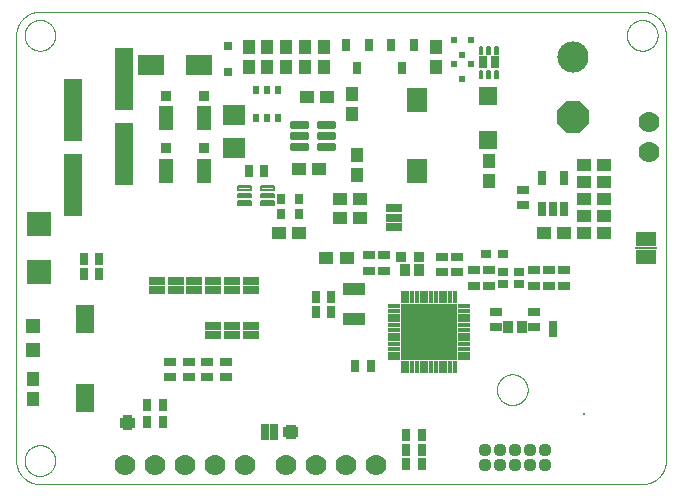
<source format=gts>
G75*
%MOIN*%
%OFA0B0*%
%FSLAX25Y25*%
%IPPOS*%
%LPD*%
%AMOC8*
5,1,8,0,0,1.08239X$1,22.5*
%
%ADD10C,0.00001*%
%ADD11C,0.00980*%
%ADD12R,0.04337X0.04731*%
%ADD13R,0.02762X0.03550*%
%ADD14R,0.04731X0.04337*%
%ADD15R,0.07093X0.08274*%
%ADD16R,0.05124X0.05124*%
%ADD17C,0.10400*%
%ADD18OC8,0.10400*%
%ADD19R,0.02565X0.05124*%
%ADD20R,0.02900X0.04400*%
%ADD21R,0.02400X0.03156*%
%ADD22R,0.03943X0.03156*%
%ADD23R,0.03353X0.03156*%
%ADD24R,0.07487X0.04337*%
%ADD25R,0.03746X0.03943*%
%ADD26C,0.04400*%
%ADD27R,0.03156X0.03943*%
%ADD28R,0.03550X0.03550*%
%ADD29R,0.06700X0.05000*%
%ADD30R,0.07200X0.00600*%
%ADD31R,0.06306X0.09455*%
%ADD32R,0.05912X0.05912*%
%ADD33R,0.05400X0.02900*%
%ADD34R,0.02762X0.02762*%
%ADD35C,0.00039*%
%ADD36R,0.06227X0.20715*%
%ADD37R,0.04731X0.08274*%
%ADD38R,0.09140X0.06581*%
%ADD39R,0.07487X0.06699*%
%ADD40R,0.08274X0.08274*%
%ADD41R,0.02900X0.05400*%
%ADD42R,0.00500X0.00500*%
%ADD43C,0.07000*%
%ADD44R,0.03865X0.01306*%
%ADD45R,0.18510X0.18510*%
%ADD46R,0.01306X0.03865*%
%ADD47C,0.00790*%
%ADD48C,0.00714*%
%ADD49R,0.03038X0.04337*%
%ADD50R,0.01975X0.02408*%
D10*
X0035524Y0020000D02*
X0236311Y0020000D01*
X0236501Y0020002D01*
X0236691Y0020009D01*
X0236881Y0020021D01*
X0237071Y0020037D01*
X0237260Y0020057D01*
X0237449Y0020083D01*
X0237637Y0020112D01*
X0237824Y0020147D01*
X0238010Y0020186D01*
X0238195Y0020229D01*
X0238380Y0020277D01*
X0238563Y0020329D01*
X0238744Y0020385D01*
X0238924Y0020446D01*
X0239103Y0020512D01*
X0239280Y0020581D01*
X0239456Y0020655D01*
X0239629Y0020733D01*
X0239801Y0020816D01*
X0239970Y0020902D01*
X0240138Y0020992D01*
X0240303Y0021087D01*
X0240466Y0021185D01*
X0240626Y0021288D01*
X0240784Y0021394D01*
X0240939Y0021504D01*
X0241092Y0021617D01*
X0241242Y0021735D01*
X0241388Y0021856D01*
X0241532Y0021980D01*
X0241673Y0022108D01*
X0241811Y0022239D01*
X0241946Y0022374D01*
X0242077Y0022512D01*
X0242205Y0022653D01*
X0242329Y0022797D01*
X0242450Y0022943D01*
X0242568Y0023093D01*
X0242681Y0023246D01*
X0242791Y0023401D01*
X0242897Y0023559D01*
X0243000Y0023719D01*
X0243098Y0023882D01*
X0243193Y0024047D01*
X0243283Y0024215D01*
X0243369Y0024384D01*
X0243452Y0024556D01*
X0243530Y0024729D01*
X0243604Y0024905D01*
X0243673Y0025082D01*
X0243739Y0025261D01*
X0243800Y0025441D01*
X0243856Y0025622D01*
X0243908Y0025805D01*
X0243956Y0025990D01*
X0243999Y0026175D01*
X0244038Y0026361D01*
X0244073Y0026548D01*
X0244102Y0026736D01*
X0244128Y0026925D01*
X0244148Y0027114D01*
X0244164Y0027304D01*
X0244176Y0027494D01*
X0244183Y0027684D01*
X0244185Y0027874D01*
X0244185Y0169606D01*
X0231193Y0169606D02*
X0231195Y0169749D01*
X0231201Y0169892D01*
X0231211Y0170034D01*
X0231225Y0170176D01*
X0231243Y0170318D01*
X0231265Y0170460D01*
X0231290Y0170600D01*
X0231320Y0170740D01*
X0231354Y0170879D01*
X0231391Y0171017D01*
X0231433Y0171154D01*
X0231478Y0171289D01*
X0231527Y0171423D01*
X0231579Y0171556D01*
X0231635Y0171688D01*
X0231695Y0171817D01*
X0231759Y0171945D01*
X0231826Y0172072D01*
X0231897Y0172196D01*
X0231971Y0172318D01*
X0232048Y0172438D01*
X0232129Y0172556D01*
X0232213Y0172672D01*
X0232300Y0172785D01*
X0232390Y0172896D01*
X0232484Y0173004D01*
X0232580Y0173110D01*
X0232679Y0173212D01*
X0232782Y0173312D01*
X0232886Y0173409D01*
X0232994Y0173504D01*
X0233104Y0173595D01*
X0233217Y0173683D01*
X0233332Y0173767D01*
X0233449Y0173849D01*
X0233569Y0173927D01*
X0233690Y0174002D01*
X0233814Y0174074D01*
X0233940Y0174142D01*
X0234067Y0174206D01*
X0234197Y0174267D01*
X0234328Y0174324D01*
X0234460Y0174378D01*
X0234594Y0174427D01*
X0234729Y0174474D01*
X0234866Y0174516D01*
X0235004Y0174554D01*
X0235142Y0174589D01*
X0235282Y0174619D01*
X0235422Y0174646D01*
X0235563Y0174669D01*
X0235705Y0174688D01*
X0235847Y0174703D01*
X0235990Y0174714D01*
X0236132Y0174721D01*
X0236275Y0174724D01*
X0236418Y0174723D01*
X0236561Y0174718D01*
X0236704Y0174709D01*
X0236846Y0174696D01*
X0236988Y0174679D01*
X0237129Y0174658D01*
X0237270Y0174633D01*
X0237410Y0174605D01*
X0237549Y0174572D01*
X0237687Y0174535D01*
X0237824Y0174495D01*
X0237960Y0174451D01*
X0238095Y0174403D01*
X0238228Y0174351D01*
X0238360Y0174296D01*
X0238490Y0174237D01*
X0238619Y0174174D01*
X0238745Y0174108D01*
X0238870Y0174038D01*
X0238993Y0173965D01*
X0239113Y0173889D01*
X0239232Y0173809D01*
X0239348Y0173725D01*
X0239462Y0173639D01*
X0239573Y0173549D01*
X0239682Y0173457D01*
X0239788Y0173361D01*
X0239892Y0173263D01*
X0239993Y0173161D01*
X0240090Y0173057D01*
X0240185Y0172950D01*
X0240277Y0172841D01*
X0240366Y0172729D01*
X0240452Y0172614D01*
X0240534Y0172498D01*
X0240613Y0172378D01*
X0240689Y0172257D01*
X0240761Y0172134D01*
X0240830Y0172009D01*
X0240895Y0171882D01*
X0240957Y0171753D01*
X0241015Y0171622D01*
X0241070Y0171490D01*
X0241120Y0171356D01*
X0241167Y0171221D01*
X0241211Y0171085D01*
X0241250Y0170948D01*
X0241285Y0170809D01*
X0241317Y0170670D01*
X0241345Y0170530D01*
X0241369Y0170389D01*
X0241389Y0170247D01*
X0241405Y0170105D01*
X0241417Y0169963D01*
X0241425Y0169820D01*
X0241429Y0169677D01*
X0241429Y0169535D01*
X0241425Y0169392D01*
X0241417Y0169249D01*
X0241405Y0169107D01*
X0241389Y0168965D01*
X0241369Y0168823D01*
X0241345Y0168682D01*
X0241317Y0168542D01*
X0241285Y0168403D01*
X0241250Y0168264D01*
X0241211Y0168127D01*
X0241167Y0167991D01*
X0241120Y0167856D01*
X0241070Y0167722D01*
X0241015Y0167590D01*
X0240957Y0167459D01*
X0240895Y0167330D01*
X0240830Y0167203D01*
X0240761Y0167078D01*
X0240689Y0166955D01*
X0240613Y0166834D01*
X0240534Y0166714D01*
X0240452Y0166598D01*
X0240366Y0166483D01*
X0240277Y0166371D01*
X0240185Y0166262D01*
X0240090Y0166155D01*
X0239993Y0166051D01*
X0239892Y0165949D01*
X0239788Y0165851D01*
X0239682Y0165755D01*
X0239573Y0165663D01*
X0239462Y0165573D01*
X0239348Y0165487D01*
X0239232Y0165403D01*
X0239113Y0165323D01*
X0238993Y0165247D01*
X0238870Y0165174D01*
X0238745Y0165104D01*
X0238619Y0165038D01*
X0238490Y0164975D01*
X0238360Y0164916D01*
X0238228Y0164861D01*
X0238095Y0164809D01*
X0237960Y0164761D01*
X0237824Y0164717D01*
X0237687Y0164677D01*
X0237549Y0164640D01*
X0237410Y0164607D01*
X0237270Y0164579D01*
X0237129Y0164554D01*
X0236988Y0164533D01*
X0236846Y0164516D01*
X0236704Y0164503D01*
X0236561Y0164494D01*
X0236418Y0164489D01*
X0236275Y0164488D01*
X0236132Y0164491D01*
X0235990Y0164498D01*
X0235847Y0164509D01*
X0235705Y0164524D01*
X0235563Y0164543D01*
X0235422Y0164566D01*
X0235282Y0164593D01*
X0235142Y0164623D01*
X0235004Y0164658D01*
X0234866Y0164696D01*
X0234729Y0164738D01*
X0234594Y0164785D01*
X0234460Y0164834D01*
X0234328Y0164888D01*
X0234197Y0164945D01*
X0234067Y0165006D01*
X0233940Y0165070D01*
X0233814Y0165138D01*
X0233690Y0165210D01*
X0233569Y0165285D01*
X0233449Y0165363D01*
X0233332Y0165445D01*
X0233217Y0165529D01*
X0233104Y0165617D01*
X0232994Y0165708D01*
X0232886Y0165803D01*
X0232782Y0165900D01*
X0232679Y0166000D01*
X0232580Y0166102D01*
X0232484Y0166208D01*
X0232390Y0166316D01*
X0232300Y0166427D01*
X0232213Y0166540D01*
X0232129Y0166656D01*
X0232048Y0166774D01*
X0231971Y0166894D01*
X0231897Y0167016D01*
X0231826Y0167140D01*
X0231759Y0167267D01*
X0231695Y0167395D01*
X0231635Y0167524D01*
X0231579Y0167656D01*
X0231527Y0167789D01*
X0231478Y0167923D01*
X0231433Y0168058D01*
X0231391Y0168195D01*
X0231354Y0168333D01*
X0231320Y0168472D01*
X0231290Y0168612D01*
X0231265Y0168752D01*
X0231243Y0168894D01*
X0231225Y0169036D01*
X0231211Y0169178D01*
X0231201Y0169320D01*
X0231195Y0169463D01*
X0231193Y0169606D01*
X0236311Y0177480D02*
X0236501Y0177478D01*
X0236691Y0177471D01*
X0236881Y0177459D01*
X0237071Y0177443D01*
X0237260Y0177423D01*
X0237449Y0177397D01*
X0237637Y0177368D01*
X0237824Y0177333D01*
X0238010Y0177294D01*
X0238195Y0177251D01*
X0238380Y0177203D01*
X0238563Y0177151D01*
X0238744Y0177095D01*
X0238924Y0177034D01*
X0239103Y0176968D01*
X0239280Y0176899D01*
X0239456Y0176825D01*
X0239629Y0176747D01*
X0239801Y0176664D01*
X0239970Y0176578D01*
X0240138Y0176488D01*
X0240303Y0176393D01*
X0240466Y0176295D01*
X0240626Y0176192D01*
X0240784Y0176086D01*
X0240939Y0175976D01*
X0241092Y0175863D01*
X0241242Y0175745D01*
X0241388Y0175624D01*
X0241532Y0175500D01*
X0241673Y0175372D01*
X0241811Y0175241D01*
X0241946Y0175106D01*
X0242077Y0174968D01*
X0242205Y0174827D01*
X0242329Y0174683D01*
X0242450Y0174537D01*
X0242568Y0174387D01*
X0242681Y0174234D01*
X0242791Y0174079D01*
X0242897Y0173921D01*
X0243000Y0173761D01*
X0243098Y0173598D01*
X0243193Y0173433D01*
X0243283Y0173265D01*
X0243369Y0173096D01*
X0243452Y0172924D01*
X0243530Y0172751D01*
X0243604Y0172575D01*
X0243673Y0172398D01*
X0243739Y0172219D01*
X0243800Y0172039D01*
X0243856Y0171858D01*
X0243908Y0171675D01*
X0243956Y0171490D01*
X0243999Y0171305D01*
X0244038Y0171119D01*
X0244073Y0170932D01*
X0244102Y0170744D01*
X0244128Y0170555D01*
X0244148Y0170366D01*
X0244164Y0170176D01*
X0244176Y0169986D01*
X0244183Y0169796D01*
X0244185Y0169606D01*
X0236311Y0177480D02*
X0035524Y0177480D01*
X0030406Y0169606D02*
X0030408Y0169749D01*
X0030414Y0169892D01*
X0030424Y0170034D01*
X0030438Y0170176D01*
X0030456Y0170318D01*
X0030478Y0170460D01*
X0030503Y0170600D01*
X0030533Y0170740D01*
X0030567Y0170879D01*
X0030604Y0171017D01*
X0030646Y0171154D01*
X0030691Y0171289D01*
X0030740Y0171423D01*
X0030792Y0171556D01*
X0030848Y0171688D01*
X0030908Y0171817D01*
X0030972Y0171945D01*
X0031039Y0172072D01*
X0031110Y0172196D01*
X0031184Y0172318D01*
X0031261Y0172438D01*
X0031342Y0172556D01*
X0031426Y0172672D01*
X0031513Y0172785D01*
X0031603Y0172896D01*
X0031697Y0173004D01*
X0031793Y0173110D01*
X0031892Y0173212D01*
X0031995Y0173312D01*
X0032099Y0173409D01*
X0032207Y0173504D01*
X0032317Y0173595D01*
X0032430Y0173683D01*
X0032545Y0173767D01*
X0032662Y0173849D01*
X0032782Y0173927D01*
X0032903Y0174002D01*
X0033027Y0174074D01*
X0033153Y0174142D01*
X0033280Y0174206D01*
X0033410Y0174267D01*
X0033541Y0174324D01*
X0033673Y0174378D01*
X0033807Y0174427D01*
X0033942Y0174474D01*
X0034079Y0174516D01*
X0034217Y0174554D01*
X0034355Y0174589D01*
X0034495Y0174619D01*
X0034635Y0174646D01*
X0034776Y0174669D01*
X0034918Y0174688D01*
X0035060Y0174703D01*
X0035203Y0174714D01*
X0035345Y0174721D01*
X0035488Y0174724D01*
X0035631Y0174723D01*
X0035774Y0174718D01*
X0035917Y0174709D01*
X0036059Y0174696D01*
X0036201Y0174679D01*
X0036342Y0174658D01*
X0036483Y0174633D01*
X0036623Y0174605D01*
X0036762Y0174572D01*
X0036900Y0174535D01*
X0037037Y0174495D01*
X0037173Y0174451D01*
X0037308Y0174403D01*
X0037441Y0174351D01*
X0037573Y0174296D01*
X0037703Y0174237D01*
X0037832Y0174174D01*
X0037958Y0174108D01*
X0038083Y0174038D01*
X0038206Y0173965D01*
X0038326Y0173889D01*
X0038445Y0173809D01*
X0038561Y0173725D01*
X0038675Y0173639D01*
X0038786Y0173549D01*
X0038895Y0173457D01*
X0039001Y0173361D01*
X0039105Y0173263D01*
X0039206Y0173161D01*
X0039303Y0173057D01*
X0039398Y0172950D01*
X0039490Y0172841D01*
X0039579Y0172729D01*
X0039665Y0172614D01*
X0039747Y0172498D01*
X0039826Y0172378D01*
X0039902Y0172257D01*
X0039974Y0172134D01*
X0040043Y0172009D01*
X0040108Y0171882D01*
X0040170Y0171753D01*
X0040228Y0171622D01*
X0040283Y0171490D01*
X0040333Y0171356D01*
X0040380Y0171221D01*
X0040424Y0171085D01*
X0040463Y0170948D01*
X0040498Y0170809D01*
X0040530Y0170670D01*
X0040558Y0170530D01*
X0040582Y0170389D01*
X0040602Y0170247D01*
X0040618Y0170105D01*
X0040630Y0169963D01*
X0040638Y0169820D01*
X0040642Y0169677D01*
X0040642Y0169535D01*
X0040638Y0169392D01*
X0040630Y0169249D01*
X0040618Y0169107D01*
X0040602Y0168965D01*
X0040582Y0168823D01*
X0040558Y0168682D01*
X0040530Y0168542D01*
X0040498Y0168403D01*
X0040463Y0168264D01*
X0040424Y0168127D01*
X0040380Y0167991D01*
X0040333Y0167856D01*
X0040283Y0167722D01*
X0040228Y0167590D01*
X0040170Y0167459D01*
X0040108Y0167330D01*
X0040043Y0167203D01*
X0039974Y0167078D01*
X0039902Y0166955D01*
X0039826Y0166834D01*
X0039747Y0166714D01*
X0039665Y0166598D01*
X0039579Y0166483D01*
X0039490Y0166371D01*
X0039398Y0166262D01*
X0039303Y0166155D01*
X0039206Y0166051D01*
X0039105Y0165949D01*
X0039001Y0165851D01*
X0038895Y0165755D01*
X0038786Y0165663D01*
X0038675Y0165573D01*
X0038561Y0165487D01*
X0038445Y0165403D01*
X0038326Y0165323D01*
X0038206Y0165247D01*
X0038083Y0165174D01*
X0037958Y0165104D01*
X0037832Y0165038D01*
X0037703Y0164975D01*
X0037573Y0164916D01*
X0037441Y0164861D01*
X0037308Y0164809D01*
X0037173Y0164761D01*
X0037037Y0164717D01*
X0036900Y0164677D01*
X0036762Y0164640D01*
X0036623Y0164607D01*
X0036483Y0164579D01*
X0036342Y0164554D01*
X0036201Y0164533D01*
X0036059Y0164516D01*
X0035917Y0164503D01*
X0035774Y0164494D01*
X0035631Y0164489D01*
X0035488Y0164488D01*
X0035345Y0164491D01*
X0035203Y0164498D01*
X0035060Y0164509D01*
X0034918Y0164524D01*
X0034776Y0164543D01*
X0034635Y0164566D01*
X0034495Y0164593D01*
X0034355Y0164623D01*
X0034217Y0164658D01*
X0034079Y0164696D01*
X0033942Y0164738D01*
X0033807Y0164785D01*
X0033673Y0164834D01*
X0033541Y0164888D01*
X0033410Y0164945D01*
X0033280Y0165006D01*
X0033153Y0165070D01*
X0033027Y0165138D01*
X0032903Y0165210D01*
X0032782Y0165285D01*
X0032662Y0165363D01*
X0032545Y0165445D01*
X0032430Y0165529D01*
X0032317Y0165617D01*
X0032207Y0165708D01*
X0032099Y0165803D01*
X0031995Y0165900D01*
X0031892Y0166000D01*
X0031793Y0166102D01*
X0031697Y0166208D01*
X0031603Y0166316D01*
X0031513Y0166427D01*
X0031426Y0166540D01*
X0031342Y0166656D01*
X0031261Y0166774D01*
X0031184Y0166894D01*
X0031110Y0167016D01*
X0031039Y0167140D01*
X0030972Y0167267D01*
X0030908Y0167395D01*
X0030848Y0167524D01*
X0030792Y0167656D01*
X0030740Y0167789D01*
X0030691Y0167923D01*
X0030646Y0168058D01*
X0030604Y0168195D01*
X0030567Y0168333D01*
X0030533Y0168472D01*
X0030503Y0168612D01*
X0030478Y0168752D01*
X0030456Y0168894D01*
X0030438Y0169036D01*
X0030424Y0169178D01*
X0030414Y0169320D01*
X0030408Y0169463D01*
X0030406Y0169606D01*
X0027650Y0169606D02*
X0027650Y0027874D01*
X0030406Y0027874D02*
X0030408Y0028017D01*
X0030414Y0028160D01*
X0030424Y0028302D01*
X0030438Y0028444D01*
X0030456Y0028586D01*
X0030478Y0028728D01*
X0030503Y0028868D01*
X0030533Y0029008D01*
X0030567Y0029147D01*
X0030604Y0029285D01*
X0030646Y0029422D01*
X0030691Y0029557D01*
X0030740Y0029691D01*
X0030792Y0029824D01*
X0030848Y0029956D01*
X0030908Y0030085D01*
X0030972Y0030213D01*
X0031039Y0030340D01*
X0031110Y0030464D01*
X0031184Y0030586D01*
X0031261Y0030706D01*
X0031342Y0030824D01*
X0031426Y0030940D01*
X0031513Y0031053D01*
X0031603Y0031164D01*
X0031697Y0031272D01*
X0031793Y0031378D01*
X0031892Y0031480D01*
X0031995Y0031580D01*
X0032099Y0031677D01*
X0032207Y0031772D01*
X0032317Y0031863D01*
X0032430Y0031951D01*
X0032545Y0032035D01*
X0032662Y0032117D01*
X0032782Y0032195D01*
X0032903Y0032270D01*
X0033027Y0032342D01*
X0033153Y0032410D01*
X0033280Y0032474D01*
X0033410Y0032535D01*
X0033541Y0032592D01*
X0033673Y0032646D01*
X0033807Y0032695D01*
X0033942Y0032742D01*
X0034079Y0032784D01*
X0034217Y0032822D01*
X0034355Y0032857D01*
X0034495Y0032887D01*
X0034635Y0032914D01*
X0034776Y0032937D01*
X0034918Y0032956D01*
X0035060Y0032971D01*
X0035203Y0032982D01*
X0035345Y0032989D01*
X0035488Y0032992D01*
X0035631Y0032991D01*
X0035774Y0032986D01*
X0035917Y0032977D01*
X0036059Y0032964D01*
X0036201Y0032947D01*
X0036342Y0032926D01*
X0036483Y0032901D01*
X0036623Y0032873D01*
X0036762Y0032840D01*
X0036900Y0032803D01*
X0037037Y0032763D01*
X0037173Y0032719D01*
X0037308Y0032671D01*
X0037441Y0032619D01*
X0037573Y0032564D01*
X0037703Y0032505D01*
X0037832Y0032442D01*
X0037958Y0032376D01*
X0038083Y0032306D01*
X0038206Y0032233D01*
X0038326Y0032157D01*
X0038445Y0032077D01*
X0038561Y0031993D01*
X0038675Y0031907D01*
X0038786Y0031817D01*
X0038895Y0031725D01*
X0039001Y0031629D01*
X0039105Y0031531D01*
X0039206Y0031429D01*
X0039303Y0031325D01*
X0039398Y0031218D01*
X0039490Y0031109D01*
X0039579Y0030997D01*
X0039665Y0030882D01*
X0039747Y0030766D01*
X0039826Y0030646D01*
X0039902Y0030525D01*
X0039974Y0030402D01*
X0040043Y0030277D01*
X0040108Y0030150D01*
X0040170Y0030021D01*
X0040228Y0029890D01*
X0040283Y0029758D01*
X0040333Y0029624D01*
X0040380Y0029489D01*
X0040424Y0029353D01*
X0040463Y0029216D01*
X0040498Y0029077D01*
X0040530Y0028938D01*
X0040558Y0028798D01*
X0040582Y0028657D01*
X0040602Y0028515D01*
X0040618Y0028373D01*
X0040630Y0028231D01*
X0040638Y0028088D01*
X0040642Y0027945D01*
X0040642Y0027803D01*
X0040638Y0027660D01*
X0040630Y0027517D01*
X0040618Y0027375D01*
X0040602Y0027233D01*
X0040582Y0027091D01*
X0040558Y0026950D01*
X0040530Y0026810D01*
X0040498Y0026671D01*
X0040463Y0026532D01*
X0040424Y0026395D01*
X0040380Y0026259D01*
X0040333Y0026124D01*
X0040283Y0025990D01*
X0040228Y0025858D01*
X0040170Y0025727D01*
X0040108Y0025598D01*
X0040043Y0025471D01*
X0039974Y0025346D01*
X0039902Y0025223D01*
X0039826Y0025102D01*
X0039747Y0024982D01*
X0039665Y0024866D01*
X0039579Y0024751D01*
X0039490Y0024639D01*
X0039398Y0024530D01*
X0039303Y0024423D01*
X0039206Y0024319D01*
X0039105Y0024217D01*
X0039001Y0024119D01*
X0038895Y0024023D01*
X0038786Y0023931D01*
X0038675Y0023841D01*
X0038561Y0023755D01*
X0038445Y0023671D01*
X0038326Y0023591D01*
X0038206Y0023515D01*
X0038083Y0023442D01*
X0037958Y0023372D01*
X0037832Y0023306D01*
X0037703Y0023243D01*
X0037573Y0023184D01*
X0037441Y0023129D01*
X0037308Y0023077D01*
X0037173Y0023029D01*
X0037037Y0022985D01*
X0036900Y0022945D01*
X0036762Y0022908D01*
X0036623Y0022875D01*
X0036483Y0022847D01*
X0036342Y0022822D01*
X0036201Y0022801D01*
X0036059Y0022784D01*
X0035917Y0022771D01*
X0035774Y0022762D01*
X0035631Y0022757D01*
X0035488Y0022756D01*
X0035345Y0022759D01*
X0035203Y0022766D01*
X0035060Y0022777D01*
X0034918Y0022792D01*
X0034776Y0022811D01*
X0034635Y0022834D01*
X0034495Y0022861D01*
X0034355Y0022891D01*
X0034217Y0022926D01*
X0034079Y0022964D01*
X0033942Y0023006D01*
X0033807Y0023053D01*
X0033673Y0023102D01*
X0033541Y0023156D01*
X0033410Y0023213D01*
X0033280Y0023274D01*
X0033153Y0023338D01*
X0033027Y0023406D01*
X0032903Y0023478D01*
X0032782Y0023553D01*
X0032662Y0023631D01*
X0032545Y0023713D01*
X0032430Y0023797D01*
X0032317Y0023885D01*
X0032207Y0023976D01*
X0032099Y0024071D01*
X0031995Y0024168D01*
X0031892Y0024268D01*
X0031793Y0024370D01*
X0031697Y0024476D01*
X0031603Y0024584D01*
X0031513Y0024695D01*
X0031426Y0024808D01*
X0031342Y0024924D01*
X0031261Y0025042D01*
X0031184Y0025162D01*
X0031110Y0025284D01*
X0031039Y0025408D01*
X0030972Y0025535D01*
X0030908Y0025663D01*
X0030848Y0025792D01*
X0030792Y0025924D01*
X0030740Y0026057D01*
X0030691Y0026191D01*
X0030646Y0026326D01*
X0030604Y0026463D01*
X0030567Y0026601D01*
X0030533Y0026740D01*
X0030503Y0026880D01*
X0030478Y0027020D01*
X0030456Y0027162D01*
X0030438Y0027304D01*
X0030424Y0027446D01*
X0030414Y0027588D01*
X0030408Y0027731D01*
X0030406Y0027874D01*
X0027650Y0027874D02*
X0027652Y0027684D01*
X0027659Y0027494D01*
X0027671Y0027304D01*
X0027687Y0027114D01*
X0027707Y0026925D01*
X0027733Y0026736D01*
X0027762Y0026548D01*
X0027797Y0026361D01*
X0027836Y0026175D01*
X0027879Y0025990D01*
X0027927Y0025805D01*
X0027979Y0025622D01*
X0028035Y0025441D01*
X0028096Y0025261D01*
X0028162Y0025082D01*
X0028231Y0024905D01*
X0028305Y0024729D01*
X0028383Y0024556D01*
X0028466Y0024384D01*
X0028552Y0024215D01*
X0028642Y0024047D01*
X0028737Y0023882D01*
X0028835Y0023719D01*
X0028938Y0023559D01*
X0029044Y0023401D01*
X0029154Y0023246D01*
X0029267Y0023093D01*
X0029385Y0022943D01*
X0029506Y0022797D01*
X0029630Y0022653D01*
X0029758Y0022512D01*
X0029889Y0022374D01*
X0030024Y0022239D01*
X0030162Y0022108D01*
X0030303Y0021980D01*
X0030447Y0021856D01*
X0030593Y0021735D01*
X0030743Y0021617D01*
X0030896Y0021504D01*
X0031051Y0021394D01*
X0031209Y0021288D01*
X0031369Y0021185D01*
X0031532Y0021087D01*
X0031697Y0020992D01*
X0031865Y0020902D01*
X0032034Y0020816D01*
X0032206Y0020733D01*
X0032379Y0020655D01*
X0032555Y0020581D01*
X0032732Y0020512D01*
X0032911Y0020446D01*
X0033091Y0020385D01*
X0033272Y0020329D01*
X0033455Y0020277D01*
X0033640Y0020229D01*
X0033825Y0020186D01*
X0034011Y0020147D01*
X0034198Y0020112D01*
X0034386Y0020083D01*
X0034575Y0020057D01*
X0034764Y0020037D01*
X0034954Y0020021D01*
X0035144Y0020009D01*
X0035334Y0020002D01*
X0035524Y0020000D01*
X0187886Y0051496D02*
X0187888Y0051639D01*
X0187894Y0051782D01*
X0187904Y0051924D01*
X0187918Y0052066D01*
X0187936Y0052208D01*
X0187958Y0052350D01*
X0187983Y0052490D01*
X0188013Y0052630D01*
X0188047Y0052769D01*
X0188084Y0052907D01*
X0188126Y0053044D01*
X0188171Y0053179D01*
X0188220Y0053313D01*
X0188272Y0053446D01*
X0188328Y0053578D01*
X0188388Y0053707D01*
X0188452Y0053835D01*
X0188519Y0053962D01*
X0188590Y0054086D01*
X0188664Y0054208D01*
X0188741Y0054328D01*
X0188822Y0054446D01*
X0188906Y0054562D01*
X0188993Y0054675D01*
X0189083Y0054786D01*
X0189177Y0054894D01*
X0189273Y0055000D01*
X0189372Y0055102D01*
X0189475Y0055202D01*
X0189579Y0055299D01*
X0189687Y0055394D01*
X0189797Y0055485D01*
X0189910Y0055573D01*
X0190025Y0055657D01*
X0190142Y0055739D01*
X0190262Y0055817D01*
X0190383Y0055892D01*
X0190507Y0055964D01*
X0190633Y0056032D01*
X0190760Y0056096D01*
X0190890Y0056157D01*
X0191021Y0056214D01*
X0191153Y0056268D01*
X0191287Y0056317D01*
X0191422Y0056364D01*
X0191559Y0056406D01*
X0191697Y0056444D01*
X0191835Y0056479D01*
X0191975Y0056509D01*
X0192115Y0056536D01*
X0192256Y0056559D01*
X0192398Y0056578D01*
X0192540Y0056593D01*
X0192683Y0056604D01*
X0192825Y0056611D01*
X0192968Y0056614D01*
X0193111Y0056613D01*
X0193254Y0056608D01*
X0193397Y0056599D01*
X0193539Y0056586D01*
X0193681Y0056569D01*
X0193822Y0056548D01*
X0193963Y0056523D01*
X0194103Y0056495D01*
X0194242Y0056462D01*
X0194380Y0056425D01*
X0194517Y0056385D01*
X0194653Y0056341D01*
X0194788Y0056293D01*
X0194921Y0056241D01*
X0195053Y0056186D01*
X0195183Y0056127D01*
X0195312Y0056064D01*
X0195438Y0055998D01*
X0195563Y0055928D01*
X0195686Y0055855D01*
X0195806Y0055779D01*
X0195925Y0055699D01*
X0196041Y0055615D01*
X0196155Y0055529D01*
X0196266Y0055439D01*
X0196375Y0055347D01*
X0196481Y0055251D01*
X0196585Y0055153D01*
X0196686Y0055051D01*
X0196783Y0054947D01*
X0196878Y0054840D01*
X0196970Y0054731D01*
X0197059Y0054619D01*
X0197145Y0054504D01*
X0197227Y0054388D01*
X0197306Y0054268D01*
X0197382Y0054147D01*
X0197454Y0054024D01*
X0197523Y0053899D01*
X0197588Y0053772D01*
X0197650Y0053643D01*
X0197708Y0053512D01*
X0197763Y0053380D01*
X0197813Y0053246D01*
X0197860Y0053111D01*
X0197904Y0052975D01*
X0197943Y0052838D01*
X0197978Y0052699D01*
X0198010Y0052560D01*
X0198038Y0052420D01*
X0198062Y0052279D01*
X0198082Y0052137D01*
X0198098Y0051995D01*
X0198110Y0051853D01*
X0198118Y0051710D01*
X0198122Y0051567D01*
X0198122Y0051425D01*
X0198118Y0051282D01*
X0198110Y0051139D01*
X0198098Y0050997D01*
X0198082Y0050855D01*
X0198062Y0050713D01*
X0198038Y0050572D01*
X0198010Y0050432D01*
X0197978Y0050293D01*
X0197943Y0050154D01*
X0197904Y0050017D01*
X0197860Y0049881D01*
X0197813Y0049746D01*
X0197763Y0049612D01*
X0197708Y0049480D01*
X0197650Y0049349D01*
X0197588Y0049220D01*
X0197523Y0049093D01*
X0197454Y0048968D01*
X0197382Y0048845D01*
X0197306Y0048724D01*
X0197227Y0048604D01*
X0197145Y0048488D01*
X0197059Y0048373D01*
X0196970Y0048261D01*
X0196878Y0048152D01*
X0196783Y0048045D01*
X0196686Y0047941D01*
X0196585Y0047839D01*
X0196481Y0047741D01*
X0196375Y0047645D01*
X0196266Y0047553D01*
X0196155Y0047463D01*
X0196041Y0047377D01*
X0195925Y0047293D01*
X0195806Y0047213D01*
X0195686Y0047137D01*
X0195563Y0047064D01*
X0195438Y0046994D01*
X0195312Y0046928D01*
X0195183Y0046865D01*
X0195053Y0046806D01*
X0194921Y0046751D01*
X0194788Y0046699D01*
X0194653Y0046651D01*
X0194517Y0046607D01*
X0194380Y0046567D01*
X0194242Y0046530D01*
X0194103Y0046497D01*
X0193963Y0046469D01*
X0193822Y0046444D01*
X0193681Y0046423D01*
X0193539Y0046406D01*
X0193397Y0046393D01*
X0193254Y0046384D01*
X0193111Y0046379D01*
X0192968Y0046378D01*
X0192825Y0046381D01*
X0192683Y0046388D01*
X0192540Y0046399D01*
X0192398Y0046414D01*
X0192256Y0046433D01*
X0192115Y0046456D01*
X0191975Y0046483D01*
X0191835Y0046513D01*
X0191697Y0046548D01*
X0191559Y0046586D01*
X0191422Y0046628D01*
X0191287Y0046675D01*
X0191153Y0046724D01*
X0191021Y0046778D01*
X0190890Y0046835D01*
X0190760Y0046896D01*
X0190633Y0046960D01*
X0190507Y0047028D01*
X0190383Y0047100D01*
X0190262Y0047175D01*
X0190142Y0047253D01*
X0190025Y0047335D01*
X0189910Y0047419D01*
X0189797Y0047507D01*
X0189687Y0047598D01*
X0189579Y0047693D01*
X0189475Y0047790D01*
X0189372Y0047890D01*
X0189273Y0047992D01*
X0189177Y0048098D01*
X0189083Y0048206D01*
X0188993Y0048317D01*
X0188906Y0048430D01*
X0188822Y0048546D01*
X0188741Y0048664D01*
X0188664Y0048784D01*
X0188590Y0048906D01*
X0188519Y0049030D01*
X0188452Y0049157D01*
X0188388Y0049285D01*
X0188328Y0049414D01*
X0188272Y0049546D01*
X0188220Y0049679D01*
X0188171Y0049813D01*
X0188126Y0049948D01*
X0188084Y0050085D01*
X0188047Y0050223D01*
X0188013Y0050362D01*
X0187983Y0050502D01*
X0187958Y0050642D01*
X0187936Y0050784D01*
X0187918Y0050926D01*
X0187904Y0051068D01*
X0187894Y0051210D01*
X0187888Y0051353D01*
X0187886Y0051496D01*
X0035524Y0177480D02*
X0035334Y0177478D01*
X0035144Y0177471D01*
X0034954Y0177459D01*
X0034764Y0177443D01*
X0034575Y0177423D01*
X0034386Y0177397D01*
X0034198Y0177368D01*
X0034011Y0177333D01*
X0033825Y0177294D01*
X0033640Y0177251D01*
X0033455Y0177203D01*
X0033272Y0177151D01*
X0033091Y0177095D01*
X0032911Y0177034D01*
X0032732Y0176968D01*
X0032555Y0176899D01*
X0032379Y0176825D01*
X0032206Y0176747D01*
X0032034Y0176664D01*
X0031865Y0176578D01*
X0031697Y0176488D01*
X0031532Y0176393D01*
X0031369Y0176295D01*
X0031209Y0176192D01*
X0031051Y0176086D01*
X0030896Y0175976D01*
X0030743Y0175863D01*
X0030593Y0175745D01*
X0030447Y0175624D01*
X0030303Y0175500D01*
X0030162Y0175372D01*
X0030024Y0175241D01*
X0029889Y0175106D01*
X0029758Y0174968D01*
X0029630Y0174827D01*
X0029506Y0174683D01*
X0029385Y0174537D01*
X0029267Y0174387D01*
X0029154Y0174234D01*
X0029044Y0174079D01*
X0028938Y0173921D01*
X0028835Y0173761D01*
X0028737Y0173598D01*
X0028642Y0173433D01*
X0028552Y0173265D01*
X0028466Y0173096D01*
X0028383Y0172924D01*
X0028305Y0172751D01*
X0028231Y0172575D01*
X0028162Y0172398D01*
X0028096Y0172219D01*
X0028035Y0172039D01*
X0027979Y0171858D01*
X0027927Y0171675D01*
X0027879Y0171490D01*
X0027836Y0171305D01*
X0027797Y0171119D01*
X0027762Y0170932D01*
X0027733Y0170744D01*
X0027707Y0170555D01*
X0027687Y0170366D01*
X0027671Y0170176D01*
X0027659Y0169986D01*
X0027652Y0169796D01*
X0027650Y0169606D01*
D11*
X0119289Y0140861D02*
X0124417Y0140861D01*
X0124417Y0139119D01*
X0119289Y0139119D01*
X0119289Y0140861D01*
X0119289Y0140050D02*
X0124417Y0140050D01*
X0124417Y0137121D02*
X0119289Y0137121D01*
X0124417Y0137121D02*
X0124417Y0135379D01*
X0119289Y0135379D01*
X0119289Y0137121D01*
X0119289Y0136310D02*
X0124417Y0136310D01*
X0124417Y0133381D02*
X0119289Y0133381D01*
X0124417Y0133381D02*
X0124417Y0131639D01*
X0119289Y0131639D01*
X0119289Y0133381D01*
X0119289Y0132570D02*
X0124417Y0132570D01*
X0128383Y0133381D02*
X0133511Y0133381D01*
X0133511Y0131639D01*
X0128383Y0131639D01*
X0128383Y0133381D01*
X0128383Y0132570D02*
X0133511Y0132570D01*
X0133511Y0137121D02*
X0128383Y0137121D01*
X0133511Y0137121D02*
X0133511Y0135379D01*
X0128383Y0135379D01*
X0128383Y0137121D01*
X0128383Y0136310D02*
X0133511Y0136310D01*
X0133511Y0140861D02*
X0128383Y0140861D01*
X0133511Y0140861D02*
X0133511Y0139119D01*
X0128383Y0139119D01*
X0128383Y0140861D01*
X0128383Y0140050D02*
X0133511Y0140050D01*
D12*
X0139525Y0143529D03*
X0139525Y0150221D03*
X0130150Y0159154D03*
X0123900Y0159154D03*
X0117650Y0159154D03*
X0111400Y0159154D03*
X0105150Y0159154D03*
X0105150Y0165846D03*
X0111400Y0165846D03*
X0117650Y0165846D03*
X0123900Y0165846D03*
X0130150Y0165846D03*
X0167650Y0165846D03*
X0167650Y0159154D03*
X0141400Y0129596D03*
X0141400Y0122904D03*
X0185200Y0120904D03*
X0185200Y0127596D03*
X0033275Y0055221D03*
X0033275Y0048529D03*
D13*
X0115947Y0110000D03*
X0115947Y0115000D03*
X0121853Y0115000D03*
X0121853Y0110000D03*
D14*
X0121934Y0103787D03*
X0115241Y0103787D03*
X0131041Y0095362D03*
X0137734Y0095362D03*
X0135554Y0108750D03*
X0135554Y0115000D03*
X0142246Y0115000D03*
X0142246Y0108750D03*
X0128496Y0125000D03*
X0121804Y0125000D03*
X0124429Y0149113D03*
X0131121Y0149113D03*
X0203679Y0103750D03*
X0210371Y0103750D03*
X0216804Y0103750D03*
X0216804Y0109375D03*
X0223496Y0109375D03*
X0223496Y0103750D03*
X0223496Y0115000D03*
X0216804Y0115000D03*
X0216804Y0120625D03*
X0216804Y0126250D03*
X0223496Y0126250D03*
X0223496Y0120625D03*
D15*
X0161400Y0124439D03*
X0161400Y0148061D03*
D16*
X0033275Y0072884D03*
X0033275Y0064616D03*
D17*
X0213275Y0162500D03*
D18*
X0213275Y0142500D03*
D19*
X0210240Y0121981D03*
X0202760Y0121981D03*
X0202760Y0111744D03*
X0206500Y0111744D03*
X0210240Y0111744D03*
D20*
X0156400Y0158563D03*
X0152660Y0166437D03*
X0145140Y0166437D03*
X0137660Y0166437D03*
X0141400Y0158563D03*
X0160140Y0166437D03*
D21*
X0114978Y0151239D03*
X0111237Y0151239D03*
X0107497Y0151239D03*
X0107497Y0142086D03*
X0111237Y0142086D03*
X0114978Y0142086D03*
D22*
X0145150Y0096309D03*
X0150150Y0096309D03*
X0150150Y0091191D03*
X0145150Y0091191D03*
X0169525Y0090566D03*
X0174525Y0090566D03*
X0180150Y0091309D03*
X0185150Y0091309D03*
X0185150Y0086191D03*
X0180150Y0086191D03*
X0187650Y0077559D03*
X0187650Y0072441D03*
X0200150Y0072441D03*
X0200150Y0077559D03*
X0200150Y0086191D03*
X0205150Y0086191D03*
X0210150Y0086191D03*
X0210150Y0091309D03*
X0205150Y0091309D03*
X0200150Y0091309D03*
X0196500Y0113053D03*
X0196500Y0118172D03*
X0174525Y0095684D03*
X0169525Y0095684D03*
X0097650Y0060684D03*
X0091400Y0060684D03*
X0085150Y0060684D03*
X0085150Y0055566D03*
X0091400Y0055566D03*
X0097650Y0055566D03*
X0078900Y0055566D03*
X0078900Y0060684D03*
D23*
X0184171Y0096875D03*
X0189879Y0096875D03*
X0189993Y0090719D03*
X0189993Y0086781D03*
X0195307Y0086781D03*
X0195307Y0090719D03*
D24*
X0140150Y0084921D03*
X0140150Y0075079D03*
D25*
X0157242Y0091250D03*
X0161808Y0091250D03*
X0191617Y0072500D03*
X0196183Y0072500D03*
D26*
X0193900Y0031250D03*
X0188900Y0031250D03*
X0183900Y0031250D03*
X0183900Y0026250D03*
X0188900Y0026250D03*
X0193900Y0026250D03*
X0198900Y0026250D03*
X0203900Y0026250D03*
X0203900Y0031250D03*
X0198900Y0031250D03*
D27*
X0162797Y0031512D03*
X0162797Y0036413D03*
X0157678Y0036413D03*
X0157678Y0031512D03*
X0157678Y0026612D03*
X0162797Y0026612D03*
X0145834Y0059375D03*
X0140716Y0059375D03*
X0132709Y0077500D03*
X0132709Y0082500D03*
X0127591Y0082500D03*
X0127591Y0077500D03*
X0076459Y0046250D03*
X0071341Y0046250D03*
X0071341Y0040625D03*
X0076459Y0040625D03*
X0055209Y0090000D03*
X0055209Y0095000D03*
X0050091Y0095000D03*
X0050091Y0090000D03*
X0105091Y0124375D03*
X0110209Y0124375D03*
D28*
X0090150Y0132028D03*
X0077650Y0132028D03*
X0077650Y0149528D03*
X0090150Y0149528D03*
X0155900Y0095625D03*
X0161900Y0095625D03*
D29*
X0237650Y0095750D03*
X0237650Y0101750D03*
D30*
X0237650Y0098750D03*
D31*
X0050524Y0075128D03*
X0050524Y0048750D03*
D32*
X0185062Y0134717D03*
X0185062Y0149283D03*
D33*
X0153538Y0111962D03*
X0153538Y0108762D03*
X0153538Y0105562D03*
X0105775Y0087850D03*
X0105775Y0084650D03*
X0099525Y0084650D03*
X0099525Y0087850D03*
X0093275Y0087850D03*
X0093275Y0084650D03*
X0087025Y0084650D03*
X0087025Y0087850D03*
X0080775Y0087850D03*
X0080775Y0084650D03*
X0074525Y0084650D03*
X0074525Y0087850D03*
X0093275Y0072850D03*
X0093275Y0069650D03*
X0099525Y0069650D03*
X0099525Y0072850D03*
X0105775Y0072850D03*
X0105775Y0069650D03*
D34*
X0098112Y0157557D03*
X0098112Y0166218D03*
D35*
X0065982Y0042908D02*
X0064682Y0042908D01*
X0064682Y0040782D01*
X0066808Y0040782D01*
X0066808Y0042082D01*
X0065982Y0042082D01*
X0065982Y0042908D01*
X0065982Y0042880D02*
X0064682Y0042880D01*
X0064682Y0042842D02*
X0065982Y0042842D01*
X0065982Y0042805D02*
X0064682Y0042805D01*
X0064682Y0042767D02*
X0065982Y0042767D01*
X0065982Y0042729D02*
X0064682Y0042729D01*
X0064682Y0042691D02*
X0065982Y0042691D01*
X0065982Y0042653D02*
X0064682Y0042653D01*
X0064682Y0042615D02*
X0065982Y0042615D01*
X0065982Y0042577D02*
X0064682Y0042577D01*
X0064682Y0042539D02*
X0065982Y0042539D01*
X0065982Y0042502D02*
X0064682Y0042502D01*
X0064682Y0042464D02*
X0065982Y0042464D01*
X0065982Y0042426D02*
X0064682Y0042426D01*
X0064682Y0042388D02*
X0065982Y0042388D01*
X0065982Y0042350D02*
X0064682Y0042350D01*
X0064682Y0042312D02*
X0065982Y0042312D01*
X0065982Y0042274D02*
X0064682Y0042274D01*
X0064682Y0042236D02*
X0065982Y0042236D01*
X0065982Y0042198D02*
X0064682Y0042198D01*
X0064682Y0042161D02*
X0065982Y0042161D01*
X0065982Y0042123D02*
X0064682Y0042123D01*
X0064682Y0042085D02*
X0065982Y0042085D01*
X0066808Y0042047D02*
X0064682Y0042047D01*
X0064682Y0042009D02*
X0066808Y0042009D01*
X0066808Y0041971D02*
X0064682Y0041971D01*
X0064682Y0041933D02*
X0066808Y0041933D01*
X0066808Y0041895D02*
X0064682Y0041895D01*
X0064682Y0041858D02*
X0066808Y0041858D01*
X0066808Y0041820D02*
X0064682Y0041820D01*
X0064682Y0041782D02*
X0066808Y0041782D01*
X0066808Y0041744D02*
X0064682Y0041744D01*
X0064682Y0041706D02*
X0066808Y0041706D01*
X0066808Y0041668D02*
X0064682Y0041668D01*
X0064682Y0041630D02*
X0066808Y0041630D01*
X0066808Y0041592D02*
X0064682Y0041592D01*
X0064682Y0041555D02*
X0066808Y0041555D01*
X0066808Y0041517D02*
X0064682Y0041517D01*
X0064682Y0041479D02*
X0066808Y0041479D01*
X0066808Y0041441D02*
X0064682Y0041441D01*
X0064682Y0041403D02*
X0066808Y0041403D01*
X0066808Y0041365D02*
X0064682Y0041365D01*
X0064682Y0041327D02*
X0066808Y0041327D01*
X0066808Y0041289D02*
X0064682Y0041289D01*
X0064682Y0041251D02*
X0066808Y0041251D01*
X0066808Y0041214D02*
X0064682Y0041214D01*
X0064682Y0041176D02*
X0066808Y0041176D01*
X0066808Y0041138D02*
X0064682Y0041138D01*
X0064682Y0041100D02*
X0066808Y0041100D01*
X0066808Y0041062D02*
X0064682Y0041062D01*
X0064682Y0041024D02*
X0066808Y0041024D01*
X0066808Y0040986D02*
X0064682Y0040986D01*
X0064682Y0040948D02*
X0066808Y0040948D01*
X0066808Y0040911D02*
X0064682Y0040911D01*
X0064682Y0040873D02*
X0066808Y0040873D01*
X0066808Y0040835D02*
X0064682Y0040835D01*
X0064682Y0040797D02*
X0066808Y0040797D01*
X0066808Y0040468D02*
X0066808Y0039168D01*
X0065982Y0039168D01*
X0064682Y0039168D01*
X0064682Y0039206D02*
X0066808Y0039206D01*
X0066808Y0039244D02*
X0064682Y0039244D01*
X0064682Y0039282D02*
X0066808Y0039282D01*
X0066808Y0039320D02*
X0064682Y0039320D01*
X0064682Y0039357D02*
X0066808Y0039357D01*
X0066808Y0039395D02*
X0064682Y0039395D01*
X0064682Y0039433D02*
X0066808Y0039433D01*
X0066808Y0039471D02*
X0064682Y0039471D01*
X0064682Y0039509D02*
X0066808Y0039509D01*
X0066808Y0039547D02*
X0064682Y0039547D01*
X0064682Y0039585D02*
X0066808Y0039585D01*
X0066808Y0039623D02*
X0064682Y0039623D01*
X0064682Y0039660D02*
X0066808Y0039660D01*
X0066808Y0039698D02*
X0064682Y0039698D01*
X0064682Y0039736D02*
X0066808Y0039736D01*
X0066808Y0039774D02*
X0064682Y0039774D01*
X0064682Y0039812D02*
X0066808Y0039812D01*
X0066808Y0039850D02*
X0064682Y0039850D01*
X0064682Y0039888D02*
X0066808Y0039888D01*
X0066808Y0039926D02*
X0064682Y0039926D01*
X0064682Y0039963D02*
X0066808Y0039963D01*
X0066808Y0040001D02*
X0064682Y0040001D01*
X0064682Y0040039D02*
X0066808Y0040039D01*
X0066808Y0040077D02*
X0064682Y0040077D01*
X0064682Y0040115D02*
X0066808Y0040115D01*
X0066808Y0040153D02*
X0064682Y0040153D01*
X0064682Y0040191D02*
X0066808Y0040191D01*
X0066808Y0040229D02*
X0064682Y0040229D01*
X0064682Y0040267D02*
X0066808Y0040267D01*
X0066808Y0040304D02*
X0064682Y0040304D01*
X0064682Y0040342D02*
X0066808Y0040342D01*
X0066808Y0040380D02*
X0064682Y0040380D01*
X0064682Y0040418D02*
X0066808Y0040418D01*
X0066808Y0040456D02*
X0064682Y0040456D01*
X0064682Y0040468D02*
X0064682Y0038342D01*
X0065982Y0038342D01*
X0065982Y0039168D01*
X0065982Y0039130D02*
X0064682Y0039130D01*
X0064682Y0039092D02*
X0065982Y0039092D01*
X0065982Y0039054D02*
X0064682Y0039054D01*
X0064682Y0039016D02*
X0065982Y0039016D01*
X0065982Y0038979D02*
X0064682Y0038979D01*
X0064682Y0038941D02*
X0065982Y0038941D01*
X0065982Y0038903D02*
X0064682Y0038903D01*
X0064682Y0038865D02*
X0065982Y0038865D01*
X0065982Y0038827D02*
X0064682Y0038827D01*
X0064682Y0038789D02*
X0065982Y0038789D01*
X0065982Y0038751D02*
X0064682Y0038751D01*
X0064682Y0038713D02*
X0065982Y0038713D01*
X0065982Y0038676D02*
X0064682Y0038676D01*
X0064682Y0038638D02*
X0065982Y0038638D01*
X0065982Y0038600D02*
X0064682Y0038600D01*
X0064682Y0038562D02*
X0065982Y0038562D01*
X0065982Y0038524D02*
X0064682Y0038524D01*
X0064682Y0038486D02*
X0065982Y0038486D01*
X0065982Y0038448D02*
X0064682Y0038448D01*
X0064682Y0038410D02*
X0065982Y0038410D01*
X0065982Y0038372D02*
X0064682Y0038372D01*
X0064368Y0038372D02*
X0063068Y0038372D01*
X0063068Y0038342D02*
X0064368Y0038342D01*
X0064368Y0040468D01*
X0062242Y0040468D01*
X0062242Y0039168D01*
X0063068Y0039168D01*
X0064368Y0039168D01*
X0064368Y0039206D02*
X0062242Y0039206D01*
X0062242Y0039244D02*
X0064368Y0039244D01*
X0064368Y0039282D02*
X0062242Y0039282D01*
X0062242Y0039320D02*
X0064368Y0039320D01*
X0064368Y0039357D02*
X0062242Y0039357D01*
X0062242Y0039395D02*
X0064368Y0039395D01*
X0064368Y0039433D02*
X0062242Y0039433D01*
X0062242Y0039471D02*
X0064368Y0039471D01*
X0064368Y0039509D02*
X0062242Y0039509D01*
X0062242Y0039547D02*
X0064368Y0039547D01*
X0064368Y0039585D02*
X0062242Y0039585D01*
X0062242Y0039623D02*
X0064368Y0039623D01*
X0064368Y0039660D02*
X0062242Y0039660D01*
X0062242Y0039698D02*
X0064368Y0039698D01*
X0064368Y0039736D02*
X0062242Y0039736D01*
X0062242Y0039774D02*
X0064368Y0039774D01*
X0064368Y0039812D02*
X0062242Y0039812D01*
X0062242Y0039850D02*
X0064368Y0039850D01*
X0064368Y0039888D02*
X0062242Y0039888D01*
X0062242Y0039926D02*
X0064368Y0039926D01*
X0064368Y0039963D02*
X0062242Y0039963D01*
X0062242Y0040001D02*
X0064368Y0040001D01*
X0064368Y0040039D02*
X0062242Y0040039D01*
X0062242Y0040077D02*
X0064368Y0040077D01*
X0064368Y0040115D02*
X0062242Y0040115D01*
X0062242Y0040153D02*
X0064368Y0040153D01*
X0064368Y0040191D02*
X0062242Y0040191D01*
X0062242Y0040229D02*
X0064368Y0040229D01*
X0064368Y0040267D02*
X0062242Y0040267D01*
X0062242Y0040304D02*
X0064368Y0040304D01*
X0064368Y0040342D02*
X0062242Y0040342D01*
X0062242Y0040380D02*
X0064368Y0040380D01*
X0064368Y0040418D02*
X0062242Y0040418D01*
X0062242Y0040456D02*
X0064368Y0040456D01*
X0064682Y0040468D02*
X0066808Y0040468D01*
X0064368Y0040782D02*
X0064368Y0042908D01*
X0063068Y0042908D01*
X0063068Y0042082D01*
X0062242Y0042082D01*
X0062242Y0040782D01*
X0064368Y0040782D01*
X0064368Y0040797D02*
X0062242Y0040797D01*
X0062242Y0040835D02*
X0064368Y0040835D01*
X0064368Y0040873D02*
X0062242Y0040873D01*
X0062242Y0040911D02*
X0064368Y0040911D01*
X0064368Y0040948D02*
X0062242Y0040948D01*
X0062242Y0040986D02*
X0064368Y0040986D01*
X0064368Y0041024D02*
X0062242Y0041024D01*
X0062242Y0041062D02*
X0064368Y0041062D01*
X0064368Y0041100D02*
X0062242Y0041100D01*
X0062242Y0041138D02*
X0064368Y0041138D01*
X0064368Y0041176D02*
X0062242Y0041176D01*
X0062242Y0041214D02*
X0064368Y0041214D01*
X0064368Y0041251D02*
X0062242Y0041251D01*
X0062242Y0041289D02*
X0064368Y0041289D01*
X0064368Y0041327D02*
X0062242Y0041327D01*
X0062242Y0041365D02*
X0064368Y0041365D01*
X0064368Y0041403D02*
X0062242Y0041403D01*
X0062242Y0041441D02*
X0064368Y0041441D01*
X0064368Y0041479D02*
X0062242Y0041479D01*
X0062242Y0041517D02*
X0064368Y0041517D01*
X0064368Y0041555D02*
X0062242Y0041555D01*
X0062242Y0041592D02*
X0064368Y0041592D01*
X0064368Y0041630D02*
X0062242Y0041630D01*
X0062242Y0041668D02*
X0064368Y0041668D01*
X0064368Y0041706D02*
X0062242Y0041706D01*
X0062242Y0041744D02*
X0064368Y0041744D01*
X0064368Y0041782D02*
X0062242Y0041782D01*
X0062242Y0041820D02*
X0064368Y0041820D01*
X0064368Y0041858D02*
X0062242Y0041858D01*
X0062242Y0041895D02*
X0064368Y0041895D01*
X0064368Y0041933D02*
X0062242Y0041933D01*
X0062242Y0041971D02*
X0064368Y0041971D01*
X0064368Y0042009D02*
X0062242Y0042009D01*
X0062242Y0042047D02*
X0064368Y0042047D01*
X0064368Y0042085D02*
X0063068Y0042085D01*
X0063068Y0042123D02*
X0064368Y0042123D01*
X0064368Y0042161D02*
X0063068Y0042161D01*
X0063068Y0042198D02*
X0064368Y0042198D01*
X0064368Y0042236D02*
X0063068Y0042236D01*
X0063068Y0042274D02*
X0064368Y0042274D01*
X0064368Y0042312D02*
X0063068Y0042312D01*
X0063068Y0042350D02*
X0064368Y0042350D01*
X0064368Y0042388D02*
X0063068Y0042388D01*
X0063068Y0042426D02*
X0064368Y0042426D01*
X0064368Y0042464D02*
X0063068Y0042464D01*
X0063068Y0042502D02*
X0064368Y0042502D01*
X0064368Y0042539D02*
X0063068Y0042539D01*
X0063068Y0042577D02*
X0064368Y0042577D01*
X0064368Y0042615D02*
X0063068Y0042615D01*
X0063068Y0042653D02*
X0064368Y0042653D01*
X0064368Y0042691D02*
X0063068Y0042691D01*
X0063068Y0042729D02*
X0064368Y0042729D01*
X0064368Y0042767D02*
X0063068Y0042767D01*
X0063068Y0042805D02*
X0064368Y0042805D01*
X0064368Y0042842D02*
X0063068Y0042842D01*
X0063068Y0042880D02*
X0064368Y0042880D01*
X0064368Y0039130D02*
X0063068Y0039130D01*
X0063068Y0039092D02*
X0064368Y0039092D01*
X0064368Y0039054D02*
X0063068Y0039054D01*
X0063068Y0039016D02*
X0064368Y0039016D01*
X0064368Y0038979D02*
X0063068Y0038979D01*
X0063068Y0038941D02*
X0064368Y0038941D01*
X0064368Y0038903D02*
X0063068Y0038903D01*
X0063068Y0038865D02*
X0064368Y0038865D01*
X0064368Y0038827D02*
X0063068Y0038827D01*
X0063068Y0038789D02*
X0064368Y0038789D01*
X0064368Y0038751D02*
X0063068Y0038751D01*
X0063068Y0038713D02*
X0064368Y0038713D01*
X0064368Y0038676D02*
X0063068Y0038676D01*
X0063068Y0038638D02*
X0064368Y0038638D01*
X0064368Y0038600D02*
X0063068Y0038600D01*
X0063068Y0038562D02*
X0064368Y0038562D01*
X0064368Y0038524D02*
X0063068Y0038524D01*
X0063068Y0038486D02*
X0064368Y0038486D01*
X0064368Y0038448D02*
X0063068Y0038448D01*
X0063068Y0038410D02*
X0064368Y0038410D01*
X0063068Y0038342D02*
X0063068Y0039168D01*
X0116719Y0038969D02*
X0117546Y0038969D01*
X0117546Y0039795D01*
X0118845Y0039795D01*
X0118845Y0037669D01*
X0116719Y0037669D01*
X0116719Y0038969D01*
X0116719Y0038941D02*
X0118845Y0038941D01*
X0118845Y0038979D02*
X0117546Y0038979D01*
X0117546Y0039016D02*
X0118845Y0039016D01*
X0118845Y0039054D02*
X0117546Y0039054D01*
X0117546Y0039092D02*
X0118845Y0039092D01*
X0118845Y0039130D02*
X0117546Y0039130D01*
X0117546Y0039168D02*
X0118845Y0039168D01*
X0118845Y0039206D02*
X0117546Y0039206D01*
X0117546Y0039244D02*
X0118845Y0039244D01*
X0118845Y0039282D02*
X0117546Y0039282D01*
X0117546Y0039320D02*
X0118845Y0039320D01*
X0118845Y0039357D02*
X0117546Y0039357D01*
X0117546Y0039395D02*
X0118845Y0039395D01*
X0118845Y0039433D02*
X0117546Y0039433D01*
X0117546Y0039471D02*
X0118845Y0039471D01*
X0118845Y0039509D02*
X0117546Y0039509D01*
X0117546Y0039547D02*
X0118845Y0039547D01*
X0118845Y0039585D02*
X0117546Y0039585D01*
X0117546Y0039623D02*
X0118845Y0039623D01*
X0118845Y0039660D02*
X0117546Y0039660D01*
X0117546Y0039698D02*
X0118845Y0039698D01*
X0118845Y0039736D02*
X0117546Y0039736D01*
X0117546Y0039774D02*
X0118845Y0039774D01*
X0119160Y0039774D02*
X0120459Y0039774D01*
X0120459Y0039795D02*
X0119160Y0039795D01*
X0119160Y0037669D01*
X0121286Y0037669D01*
X0121286Y0038969D01*
X0120459Y0038969D01*
X0120459Y0039795D01*
X0120459Y0039736D02*
X0119160Y0039736D01*
X0119160Y0039698D02*
X0120459Y0039698D01*
X0120459Y0039660D02*
X0119160Y0039660D01*
X0119160Y0039623D02*
X0120459Y0039623D01*
X0120459Y0039585D02*
X0119160Y0039585D01*
X0119160Y0039547D02*
X0120459Y0039547D01*
X0120459Y0039509D02*
X0119160Y0039509D01*
X0119160Y0039471D02*
X0120459Y0039471D01*
X0120459Y0039433D02*
X0119160Y0039433D01*
X0119160Y0039395D02*
X0120459Y0039395D01*
X0120459Y0039357D02*
X0119160Y0039357D01*
X0119160Y0039320D02*
X0120459Y0039320D01*
X0120459Y0039282D02*
X0119160Y0039282D01*
X0119160Y0039244D02*
X0120459Y0039244D01*
X0120459Y0039206D02*
X0119160Y0039206D01*
X0119160Y0039168D02*
X0120459Y0039168D01*
X0120459Y0039130D02*
X0119160Y0039130D01*
X0119160Y0039092D02*
X0120459Y0039092D01*
X0120459Y0039054D02*
X0119160Y0039054D01*
X0119160Y0039016D02*
X0120459Y0039016D01*
X0120459Y0038979D02*
X0119160Y0038979D01*
X0119160Y0038941D02*
X0121286Y0038941D01*
X0121286Y0038903D02*
X0119160Y0038903D01*
X0119160Y0038865D02*
X0121286Y0038865D01*
X0121286Y0038827D02*
X0119160Y0038827D01*
X0119160Y0038789D02*
X0121286Y0038789D01*
X0121286Y0038751D02*
X0119160Y0038751D01*
X0119160Y0038713D02*
X0121286Y0038713D01*
X0121286Y0038676D02*
X0119160Y0038676D01*
X0119160Y0038638D02*
X0121286Y0038638D01*
X0121286Y0038600D02*
X0119160Y0038600D01*
X0119160Y0038562D02*
X0121286Y0038562D01*
X0121286Y0038524D02*
X0119160Y0038524D01*
X0119160Y0038486D02*
X0121286Y0038486D01*
X0121286Y0038448D02*
X0119160Y0038448D01*
X0119160Y0038410D02*
X0121286Y0038410D01*
X0121286Y0038372D02*
X0119160Y0038372D01*
X0119160Y0038335D02*
X0121286Y0038335D01*
X0121286Y0038297D02*
X0119160Y0038297D01*
X0119160Y0038259D02*
X0121286Y0038259D01*
X0121286Y0038221D02*
X0119160Y0038221D01*
X0119160Y0038183D02*
X0121286Y0038183D01*
X0121286Y0038145D02*
X0119160Y0038145D01*
X0119160Y0038107D02*
X0121286Y0038107D01*
X0121286Y0038069D02*
X0119160Y0038069D01*
X0119160Y0038032D02*
X0121286Y0038032D01*
X0121286Y0037994D02*
X0119160Y0037994D01*
X0119160Y0037956D02*
X0121286Y0037956D01*
X0121286Y0037918D02*
X0119160Y0037918D01*
X0119160Y0037880D02*
X0121286Y0037880D01*
X0121286Y0037842D02*
X0119160Y0037842D01*
X0119160Y0037804D02*
X0121286Y0037804D01*
X0121286Y0037766D02*
X0119160Y0037766D01*
X0119160Y0037728D02*
X0121286Y0037728D01*
X0121286Y0037691D02*
X0119160Y0037691D01*
X0118845Y0037691D02*
X0116719Y0037691D01*
X0116719Y0037728D02*
X0118845Y0037728D01*
X0118845Y0037766D02*
X0116719Y0037766D01*
X0116719Y0037804D02*
X0118845Y0037804D01*
X0118845Y0037842D02*
X0116719Y0037842D01*
X0116719Y0037880D02*
X0118845Y0037880D01*
X0118845Y0037918D02*
X0116719Y0037918D01*
X0116719Y0037956D02*
X0118845Y0037956D01*
X0118845Y0037994D02*
X0116719Y0037994D01*
X0116719Y0038032D02*
X0118845Y0038032D01*
X0118845Y0038069D02*
X0116719Y0038069D01*
X0116719Y0038107D02*
X0118845Y0038107D01*
X0118845Y0038145D02*
X0116719Y0038145D01*
X0116719Y0038183D02*
X0118845Y0038183D01*
X0118845Y0038221D02*
X0116719Y0038221D01*
X0116719Y0038259D02*
X0118845Y0038259D01*
X0118845Y0038297D02*
X0116719Y0038297D01*
X0116719Y0038335D02*
X0118845Y0038335D01*
X0118845Y0038372D02*
X0116719Y0038372D01*
X0116719Y0038410D02*
X0118845Y0038410D01*
X0118845Y0038448D02*
X0116719Y0038448D01*
X0116719Y0038486D02*
X0118845Y0038486D01*
X0118845Y0038524D02*
X0116719Y0038524D01*
X0116719Y0038562D02*
X0118845Y0038562D01*
X0118845Y0038600D02*
X0116719Y0038600D01*
X0116719Y0038638D02*
X0118845Y0038638D01*
X0118845Y0038676D02*
X0116719Y0038676D01*
X0116719Y0038713D02*
X0118845Y0038713D01*
X0118845Y0038751D02*
X0116719Y0038751D01*
X0116719Y0038789D02*
X0118845Y0038789D01*
X0118845Y0038827D02*
X0116719Y0038827D01*
X0116719Y0038865D02*
X0118845Y0038865D01*
X0118845Y0038903D02*
X0116719Y0038903D01*
X0116719Y0037355D02*
X0116719Y0036055D01*
X0117546Y0036055D01*
X0117546Y0035229D01*
X0118845Y0035229D01*
X0118845Y0037355D01*
X0116719Y0037355D01*
X0116719Y0037350D02*
X0118845Y0037350D01*
X0118845Y0037312D02*
X0116719Y0037312D01*
X0116719Y0037274D02*
X0118845Y0037274D01*
X0118845Y0037236D02*
X0116719Y0037236D01*
X0116719Y0037198D02*
X0118845Y0037198D01*
X0118845Y0037160D02*
X0116719Y0037160D01*
X0116719Y0037122D02*
X0118845Y0037122D01*
X0118845Y0037085D02*
X0116719Y0037085D01*
X0116719Y0037047D02*
X0118845Y0037047D01*
X0118845Y0037009D02*
X0116719Y0037009D01*
X0116719Y0036971D02*
X0118845Y0036971D01*
X0118845Y0036933D02*
X0116719Y0036933D01*
X0116719Y0036895D02*
X0118845Y0036895D01*
X0118845Y0036857D02*
X0116719Y0036857D01*
X0116719Y0036819D02*
X0118845Y0036819D01*
X0118845Y0036781D02*
X0116719Y0036781D01*
X0116719Y0036744D02*
X0118845Y0036744D01*
X0118845Y0036706D02*
X0116719Y0036706D01*
X0116719Y0036668D02*
X0118845Y0036668D01*
X0118845Y0036630D02*
X0116719Y0036630D01*
X0116719Y0036592D02*
X0118845Y0036592D01*
X0118845Y0036554D02*
X0116719Y0036554D01*
X0116719Y0036516D02*
X0118845Y0036516D01*
X0118845Y0036478D02*
X0116719Y0036478D01*
X0116719Y0036441D02*
X0118845Y0036441D01*
X0118845Y0036403D02*
X0116719Y0036403D01*
X0116719Y0036365D02*
X0118845Y0036365D01*
X0118845Y0036327D02*
X0116719Y0036327D01*
X0116719Y0036289D02*
X0118845Y0036289D01*
X0118845Y0036251D02*
X0116719Y0036251D01*
X0116719Y0036213D02*
X0118845Y0036213D01*
X0118845Y0036175D02*
X0116719Y0036175D01*
X0116719Y0036137D02*
X0118845Y0036137D01*
X0118845Y0036100D02*
X0116719Y0036100D01*
X0116719Y0036062D02*
X0118845Y0036062D01*
X0118845Y0036024D02*
X0117546Y0036024D01*
X0117546Y0035986D02*
X0118845Y0035986D01*
X0118845Y0035948D02*
X0117546Y0035948D01*
X0117546Y0035910D02*
X0118845Y0035910D01*
X0118845Y0035872D02*
X0117546Y0035872D01*
X0117546Y0035834D02*
X0118845Y0035834D01*
X0118845Y0035797D02*
X0117546Y0035797D01*
X0117546Y0035759D02*
X0118845Y0035759D01*
X0118845Y0035721D02*
X0117546Y0035721D01*
X0117546Y0035683D02*
X0118845Y0035683D01*
X0118845Y0035645D02*
X0117546Y0035645D01*
X0117546Y0035607D02*
X0118845Y0035607D01*
X0118845Y0035569D02*
X0117546Y0035569D01*
X0117546Y0035531D02*
X0118845Y0035531D01*
X0118845Y0035493D02*
X0117546Y0035493D01*
X0117546Y0035456D02*
X0118845Y0035456D01*
X0118845Y0035418D02*
X0117546Y0035418D01*
X0117546Y0035380D02*
X0118845Y0035380D01*
X0118845Y0035342D02*
X0117546Y0035342D01*
X0117546Y0035304D02*
X0118845Y0035304D01*
X0118845Y0035266D02*
X0117546Y0035266D01*
X0119160Y0035266D02*
X0120459Y0035266D01*
X0120459Y0035229D02*
X0119160Y0035229D01*
X0119160Y0037355D01*
X0121286Y0037355D01*
X0121286Y0036055D01*
X0120459Y0036055D01*
X0120459Y0035229D01*
X0120459Y0035304D02*
X0119160Y0035304D01*
X0119160Y0035342D02*
X0120459Y0035342D01*
X0120459Y0035380D02*
X0119160Y0035380D01*
X0119160Y0035418D02*
X0120459Y0035418D01*
X0120459Y0035456D02*
X0119160Y0035456D01*
X0119160Y0035493D02*
X0120459Y0035493D01*
X0120459Y0035531D02*
X0119160Y0035531D01*
X0119160Y0035569D02*
X0120459Y0035569D01*
X0120459Y0035607D02*
X0119160Y0035607D01*
X0119160Y0035645D02*
X0120459Y0035645D01*
X0120459Y0035683D02*
X0119160Y0035683D01*
X0119160Y0035721D02*
X0120459Y0035721D01*
X0120459Y0035759D02*
X0119160Y0035759D01*
X0119160Y0035797D02*
X0120459Y0035797D01*
X0120459Y0035834D02*
X0119160Y0035834D01*
X0119160Y0035872D02*
X0120459Y0035872D01*
X0120459Y0035910D02*
X0119160Y0035910D01*
X0119160Y0035948D02*
X0120459Y0035948D01*
X0120459Y0035986D02*
X0119160Y0035986D01*
X0119160Y0036024D02*
X0120459Y0036024D01*
X0121286Y0036062D02*
X0119160Y0036062D01*
X0119160Y0036100D02*
X0121286Y0036100D01*
X0121286Y0036137D02*
X0119160Y0036137D01*
X0119160Y0036175D02*
X0121286Y0036175D01*
X0121286Y0036213D02*
X0119160Y0036213D01*
X0119160Y0036251D02*
X0121286Y0036251D01*
X0121286Y0036289D02*
X0119160Y0036289D01*
X0119160Y0036327D02*
X0121286Y0036327D01*
X0121286Y0036365D02*
X0119160Y0036365D01*
X0119160Y0036403D02*
X0121286Y0036403D01*
X0121286Y0036441D02*
X0119160Y0036441D01*
X0119160Y0036478D02*
X0121286Y0036478D01*
X0121286Y0036516D02*
X0119160Y0036516D01*
X0119160Y0036554D02*
X0121286Y0036554D01*
X0121286Y0036592D02*
X0119160Y0036592D01*
X0119160Y0036630D02*
X0121286Y0036630D01*
X0121286Y0036668D02*
X0119160Y0036668D01*
X0119160Y0036706D02*
X0121286Y0036706D01*
X0121286Y0036744D02*
X0119160Y0036744D01*
X0119160Y0036781D02*
X0121286Y0036781D01*
X0121286Y0036819D02*
X0119160Y0036819D01*
X0119160Y0036857D02*
X0121286Y0036857D01*
X0121286Y0036895D02*
X0119160Y0036895D01*
X0119160Y0036933D02*
X0121286Y0036933D01*
X0121286Y0036971D02*
X0119160Y0036971D01*
X0119160Y0037009D02*
X0121286Y0037009D01*
X0121286Y0037047D02*
X0119160Y0037047D01*
X0119160Y0037085D02*
X0121286Y0037085D01*
X0121286Y0037122D02*
X0119160Y0037122D01*
X0119160Y0037160D02*
X0121286Y0037160D01*
X0121286Y0037198D02*
X0119160Y0037198D01*
X0119160Y0037236D02*
X0121286Y0037236D01*
X0121286Y0037274D02*
X0119160Y0037274D01*
X0119160Y0037312D02*
X0121286Y0037312D01*
X0121286Y0037350D02*
X0119160Y0037350D01*
D36*
X0046626Y0119843D03*
X0063674Y0130157D03*
X0046626Y0144843D03*
X0063674Y0155157D03*
D37*
X0077650Y0142047D03*
X0090150Y0142047D03*
X0090150Y0124547D03*
X0077650Y0124547D03*
D38*
X0072506Y0159600D03*
X0088569Y0159600D03*
D39*
X0100150Y0143012D03*
X0100150Y0131988D03*
D40*
X0035150Y0106614D03*
X0035150Y0090866D03*
D41*
X0110425Y0037500D03*
X0113625Y0037500D03*
X0206450Y0071700D03*
D42*
X0216900Y0043450D03*
D43*
X0147650Y0026250D03*
X0137650Y0026250D03*
X0127650Y0026250D03*
X0117650Y0026250D03*
X0103900Y0026250D03*
X0093900Y0026250D03*
X0083900Y0026250D03*
X0073900Y0026250D03*
X0063900Y0026250D03*
X0238637Y0130637D03*
X0238637Y0140638D03*
D44*
X0176804Y0079286D03*
X0176804Y0077712D03*
X0176804Y0076137D03*
X0176804Y0074562D03*
X0176804Y0072987D03*
X0176804Y0071412D03*
X0176804Y0069838D03*
X0176804Y0068263D03*
X0176804Y0066688D03*
X0176804Y0065113D03*
X0176804Y0063538D03*
X0176804Y0061964D03*
X0153496Y0061964D03*
X0153496Y0063538D03*
X0153496Y0065113D03*
X0153496Y0066688D03*
X0153496Y0068263D03*
X0153496Y0069838D03*
X0153496Y0071412D03*
X0153496Y0072987D03*
X0153496Y0074562D03*
X0153496Y0076137D03*
X0153496Y0077712D03*
X0153496Y0079286D03*
D45*
X0165150Y0070625D03*
D46*
X0164363Y0082279D03*
X0165937Y0082279D03*
X0167512Y0082279D03*
X0169087Y0082279D03*
X0170662Y0082279D03*
X0172237Y0082279D03*
X0173811Y0082279D03*
X0162788Y0082279D03*
X0161213Y0082279D03*
X0159638Y0082279D03*
X0158063Y0082279D03*
X0156489Y0082279D03*
X0156489Y0058971D03*
X0158063Y0058971D03*
X0159638Y0058971D03*
X0161213Y0058971D03*
X0162788Y0058971D03*
X0164363Y0058971D03*
X0165937Y0058971D03*
X0167512Y0058971D03*
X0169087Y0058971D03*
X0170662Y0058971D03*
X0172237Y0058971D03*
X0173811Y0058971D03*
D47*
X0113577Y0114283D02*
X0109283Y0114283D01*
X0113577Y0114283D02*
X0113577Y0113099D01*
X0109283Y0113099D01*
X0109283Y0114283D01*
X0109283Y0113849D02*
X0113577Y0113849D01*
X0113577Y0116842D02*
X0109283Y0116842D01*
X0113577Y0116842D02*
X0113577Y0115658D01*
X0109283Y0115658D01*
X0109283Y0116842D01*
X0109283Y0116408D02*
X0113577Y0116408D01*
X0113577Y0119401D02*
X0109283Y0119401D01*
X0113577Y0119401D02*
X0113577Y0118217D01*
X0109283Y0118217D01*
X0109283Y0119401D01*
X0109283Y0118967D02*
X0113577Y0118967D01*
X0106017Y0118217D02*
X0101723Y0118217D01*
X0101723Y0119401D01*
X0106017Y0119401D01*
X0106017Y0118217D01*
X0106017Y0118967D02*
X0101723Y0118967D01*
X0101723Y0115658D02*
X0106017Y0115658D01*
X0101723Y0115658D02*
X0101723Y0116842D01*
X0106017Y0116842D01*
X0106017Y0115658D01*
X0106017Y0116408D02*
X0101723Y0116408D01*
X0101723Y0113099D02*
X0106017Y0113099D01*
X0101723Y0113099D02*
X0101723Y0114283D01*
X0106017Y0114283D01*
X0106017Y0113099D01*
X0106017Y0113849D02*
X0101723Y0113849D01*
D48*
X0183064Y0155408D02*
X0183064Y0157810D01*
X0183064Y0155408D02*
X0182118Y0155408D01*
X0182118Y0157810D01*
X0183064Y0157810D01*
X0183064Y0156086D02*
X0182118Y0156086D01*
X0182118Y0156764D02*
X0183064Y0156764D01*
X0183064Y0157442D02*
X0182118Y0157442D01*
X0185623Y0157810D02*
X0185623Y0155408D01*
X0184677Y0155408D01*
X0184677Y0157810D01*
X0185623Y0157810D01*
X0185623Y0156086D02*
X0184677Y0156086D01*
X0184677Y0156764D02*
X0185623Y0156764D01*
X0185623Y0157442D02*
X0184677Y0157442D01*
X0188182Y0157810D02*
X0188182Y0155408D01*
X0187236Y0155408D01*
X0187236Y0157810D01*
X0188182Y0157810D01*
X0188182Y0156086D02*
X0187236Y0156086D01*
X0187236Y0156764D02*
X0188182Y0156764D01*
X0188182Y0157442D02*
X0187236Y0157442D01*
X0187236Y0163440D02*
X0187236Y0165842D01*
X0188182Y0165842D01*
X0188182Y0163440D01*
X0187236Y0163440D01*
X0187236Y0164118D02*
X0188182Y0164118D01*
X0188182Y0164796D02*
X0187236Y0164796D01*
X0187236Y0165474D02*
X0188182Y0165474D01*
X0184677Y0165842D02*
X0184677Y0163440D01*
X0184677Y0165842D02*
X0185623Y0165842D01*
X0185623Y0163440D01*
X0184677Y0163440D01*
X0184677Y0164118D02*
X0185623Y0164118D01*
X0185623Y0164796D02*
X0184677Y0164796D01*
X0184677Y0165474D02*
X0185623Y0165474D01*
X0182118Y0165842D02*
X0182118Y0163440D01*
X0182118Y0165842D02*
X0183064Y0165842D01*
X0183064Y0163440D01*
X0182118Y0163440D01*
X0182118Y0164118D02*
X0183064Y0164118D01*
X0183064Y0164796D02*
X0182118Y0164796D01*
X0182118Y0165474D02*
X0183064Y0165474D01*
D49*
X0183221Y0160625D03*
X0187079Y0160625D03*
D50*
X0179156Y0160039D03*
X0176400Y0163086D03*
X0173644Y0160039D03*
X0176400Y0154961D03*
X0173644Y0168164D03*
X0179156Y0168164D03*
M02*

</source>
